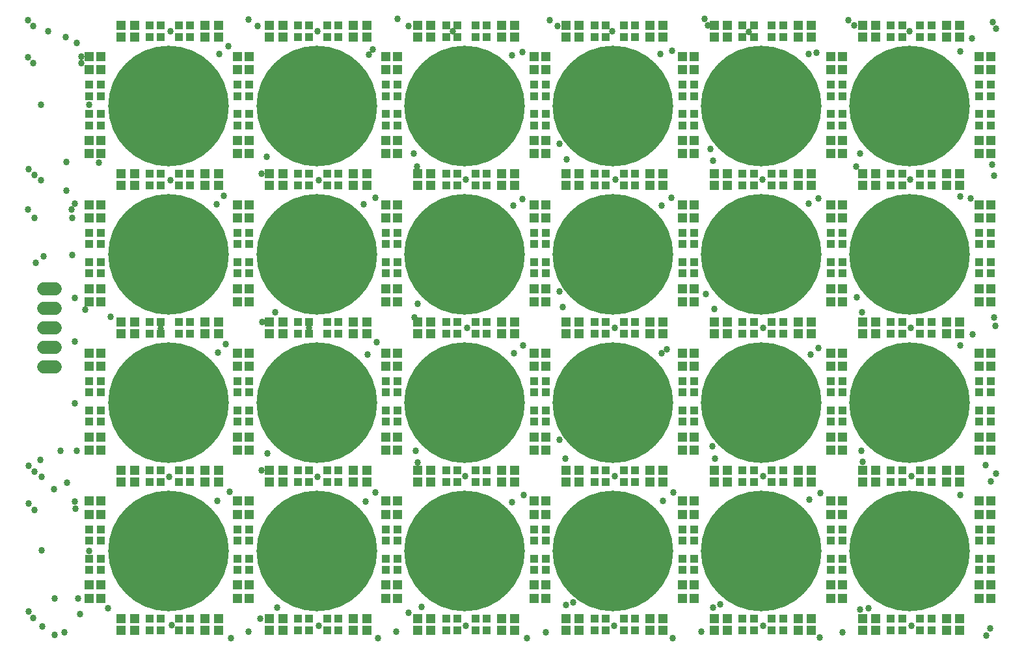
<source format=gts>
G75*
%MOIN*%
%OFA0B0*%
%FSLAX25Y25*%
%IPPOS*%
%LPD*%
%AMOC8*
5,1,8,0,0,1.08239X$1,22.5*
%
%ADD10C,0.61824*%
%ADD11R,0.05131X0.04737*%
%ADD12R,0.03950X0.03950*%
%ADD13R,0.04737X0.05131*%
%ADD14C,0.06800*%
%ADD15C,0.03378*%
D10*
X0080717Y0057361D03*
X0156701Y0057361D03*
X0232685Y0057361D03*
X0308669Y0057361D03*
X0384654Y0057361D03*
X0460638Y0057361D03*
X0460638Y0133346D03*
X0384654Y0133346D03*
X0308669Y0133346D03*
X0232685Y0133346D03*
X0156701Y0133346D03*
X0080717Y0133346D03*
X0080717Y0209330D03*
X0156701Y0209330D03*
X0232685Y0209330D03*
X0308669Y0209330D03*
X0384654Y0209330D03*
X0460638Y0209330D03*
X0460638Y0285314D03*
X0384654Y0285314D03*
X0308669Y0285314D03*
X0232685Y0285314D03*
X0156701Y0285314D03*
X0080717Y0285314D03*
D11*
X0046291Y0267755D03*
X0040291Y0267755D03*
X0040291Y0261062D03*
X0046291Y0261062D03*
X0046291Y0234771D03*
X0040291Y0234771D03*
X0040291Y0228078D03*
X0046291Y0228078D03*
X0046291Y0191771D03*
X0040291Y0191771D03*
X0040291Y0185078D03*
X0046291Y0185078D03*
X0046291Y0158787D03*
X0040291Y0158787D03*
X0040291Y0152094D03*
X0046291Y0152094D03*
X0046291Y0115787D03*
X0040291Y0115787D03*
X0040291Y0109094D03*
X0046291Y0109094D03*
X0046291Y0082802D03*
X0040291Y0082802D03*
X0040291Y0076109D03*
X0046291Y0076109D03*
X0046291Y0039802D03*
X0040291Y0039802D03*
X0040291Y0033109D03*
X0046291Y0033109D03*
X0116276Y0033109D03*
X0122276Y0033109D03*
X0122276Y0039802D03*
X0116276Y0039802D03*
X0116276Y0076109D03*
X0122276Y0076109D03*
X0122276Y0082802D03*
X0116276Y0082802D03*
X0116276Y0109094D03*
X0122276Y0109094D03*
X0122276Y0115787D03*
X0116276Y0115787D03*
X0116276Y0152094D03*
X0122276Y0152094D03*
X0122276Y0158787D03*
X0116276Y0158787D03*
X0116276Y0185078D03*
X0122276Y0185078D03*
X0122276Y0191771D03*
X0116276Y0191771D03*
X0116276Y0228078D03*
X0122276Y0228078D03*
X0122276Y0234771D03*
X0116276Y0234771D03*
X0116276Y0261062D03*
X0122276Y0261062D03*
X0122276Y0267755D03*
X0116276Y0267755D03*
X0116276Y0304062D03*
X0122276Y0304062D03*
X0122276Y0310755D03*
X0116276Y0310755D03*
X0046291Y0310755D03*
X0040291Y0310755D03*
X0040291Y0304062D03*
X0046291Y0304062D03*
X0192260Y0304062D03*
X0198260Y0304062D03*
X0198260Y0310755D03*
X0192260Y0310755D03*
X0192260Y0267755D03*
X0198260Y0267755D03*
X0198260Y0261062D03*
X0192260Y0261062D03*
X0192260Y0234771D03*
X0198260Y0234771D03*
X0198260Y0228078D03*
X0192260Y0228078D03*
X0192260Y0191771D03*
X0198260Y0191771D03*
X0198260Y0185078D03*
X0192260Y0185078D03*
X0192260Y0158787D03*
X0198260Y0158787D03*
X0198260Y0152094D03*
X0192260Y0152094D03*
X0192260Y0115787D03*
X0198260Y0115787D03*
X0198260Y0109094D03*
X0192260Y0109094D03*
X0192260Y0082802D03*
X0198260Y0082802D03*
X0198260Y0076109D03*
X0192260Y0076109D03*
X0192260Y0039802D03*
X0198260Y0039802D03*
X0198260Y0033109D03*
X0192260Y0033109D03*
X0268244Y0033109D03*
X0274244Y0033109D03*
X0274244Y0039802D03*
X0268244Y0039802D03*
X0268244Y0076109D03*
X0274244Y0076109D03*
X0274244Y0082802D03*
X0268244Y0082802D03*
X0268244Y0109094D03*
X0274244Y0109094D03*
X0274244Y0115787D03*
X0268244Y0115787D03*
X0268244Y0152094D03*
X0274244Y0152094D03*
X0274244Y0158787D03*
X0268244Y0158787D03*
X0268244Y0185078D03*
X0274244Y0185078D03*
X0274244Y0191771D03*
X0268244Y0191771D03*
X0268244Y0228078D03*
X0274244Y0228078D03*
X0274244Y0234771D03*
X0268244Y0234771D03*
X0268244Y0261062D03*
X0274244Y0261062D03*
X0274244Y0267755D03*
X0268244Y0267755D03*
X0268244Y0304062D03*
X0274244Y0304062D03*
X0274244Y0310755D03*
X0268244Y0310755D03*
X0344228Y0310755D03*
X0350228Y0310755D03*
X0350228Y0304062D03*
X0344228Y0304062D03*
X0344228Y0267755D03*
X0350228Y0267755D03*
X0350228Y0261062D03*
X0344228Y0261062D03*
X0344228Y0234771D03*
X0350228Y0234771D03*
X0350228Y0228078D03*
X0344228Y0228078D03*
X0344228Y0191771D03*
X0350228Y0191771D03*
X0350228Y0185078D03*
X0344228Y0185078D03*
X0344228Y0158787D03*
X0350228Y0158787D03*
X0350228Y0152094D03*
X0344228Y0152094D03*
X0344228Y0115787D03*
X0350228Y0115787D03*
X0350228Y0109094D03*
X0344228Y0109094D03*
X0344228Y0082802D03*
X0350228Y0082802D03*
X0350228Y0076109D03*
X0344228Y0076109D03*
X0344228Y0039802D03*
X0350228Y0039802D03*
X0350228Y0033109D03*
X0344228Y0033109D03*
X0420213Y0033109D03*
X0426213Y0033109D03*
X0426213Y0039802D03*
X0420213Y0039802D03*
X0420213Y0076109D03*
X0426213Y0076109D03*
X0426213Y0082802D03*
X0420213Y0082802D03*
X0420213Y0109094D03*
X0426213Y0109094D03*
X0426213Y0115787D03*
X0420213Y0115787D03*
X0420213Y0152094D03*
X0426213Y0152094D03*
X0426213Y0158787D03*
X0420213Y0158787D03*
X0420213Y0185078D03*
X0426213Y0185078D03*
X0426213Y0191771D03*
X0420213Y0191771D03*
X0420213Y0228078D03*
X0426213Y0228078D03*
X0426213Y0234771D03*
X0420213Y0234771D03*
X0420213Y0261062D03*
X0426213Y0261062D03*
X0426213Y0267755D03*
X0420213Y0267755D03*
X0420213Y0304062D03*
X0426213Y0304062D03*
X0426213Y0310755D03*
X0420213Y0310755D03*
X0496197Y0310755D03*
X0502197Y0310755D03*
X0502197Y0304062D03*
X0496197Y0304062D03*
X0496197Y0267755D03*
X0502197Y0267755D03*
X0502197Y0261062D03*
X0496197Y0261062D03*
X0496197Y0234771D03*
X0502197Y0234771D03*
X0502197Y0228078D03*
X0496197Y0228078D03*
X0496197Y0191771D03*
X0502197Y0191771D03*
X0502197Y0185078D03*
X0496197Y0185078D03*
X0496197Y0158787D03*
X0502197Y0158787D03*
X0502197Y0152094D03*
X0496197Y0152094D03*
X0496197Y0115787D03*
X0502197Y0115787D03*
X0502197Y0109094D03*
X0496197Y0109094D03*
X0496197Y0082802D03*
X0502197Y0082802D03*
X0502197Y0076109D03*
X0496197Y0076109D03*
X0496197Y0039802D03*
X0502197Y0039802D03*
X0502197Y0033109D03*
X0496197Y0033109D03*
D12*
X0496197Y0047503D03*
X0502197Y0047503D03*
X0502197Y0053409D03*
X0496197Y0053409D03*
X0496197Y0062503D03*
X0496197Y0068409D03*
X0502197Y0068409D03*
X0502197Y0062503D03*
X0471913Y0092684D03*
X0471913Y0098684D03*
X0466008Y0098684D03*
X0466008Y0092684D03*
X0456913Y0092684D03*
X0451008Y0092684D03*
X0451008Y0098684D03*
X0456913Y0098684D03*
X0426213Y0123487D03*
X0426213Y0129393D03*
X0420213Y0129393D03*
X0420213Y0123487D03*
X0420213Y0138487D03*
X0426213Y0138487D03*
X0426213Y0144393D03*
X0420213Y0144393D03*
X0395929Y0168669D03*
X0390024Y0168669D03*
X0390024Y0174669D03*
X0395929Y0174669D03*
X0380929Y0174669D03*
X0375024Y0174669D03*
X0375024Y0168669D03*
X0380929Y0168669D03*
X0350228Y0144393D03*
X0344228Y0144393D03*
X0344228Y0138487D03*
X0350228Y0138487D03*
X0350228Y0129393D03*
X0350228Y0123487D03*
X0344228Y0123487D03*
X0344228Y0129393D03*
X0319945Y0098684D03*
X0314039Y0098684D03*
X0314039Y0092684D03*
X0319945Y0092684D03*
X0304945Y0092684D03*
X0299039Y0092684D03*
X0299039Y0098684D03*
X0304945Y0098684D03*
X0274244Y0123487D03*
X0274244Y0129393D03*
X0268244Y0129393D03*
X0268244Y0123487D03*
X0268244Y0138487D03*
X0274244Y0138487D03*
X0274244Y0144393D03*
X0268244Y0144393D03*
X0243961Y0168669D03*
X0238055Y0168669D03*
X0228961Y0168669D03*
X0223055Y0168669D03*
X0223055Y0174669D03*
X0228961Y0174669D03*
X0238055Y0174669D03*
X0243961Y0174669D03*
X0268244Y0199472D03*
X0268244Y0205377D03*
X0274244Y0205377D03*
X0274244Y0199472D03*
X0274244Y0214472D03*
X0268244Y0214472D03*
X0268244Y0220377D03*
X0274244Y0220377D03*
X0299039Y0244653D03*
X0304945Y0244653D03*
X0304945Y0250653D03*
X0299039Y0250653D03*
X0314039Y0250653D03*
X0319945Y0250653D03*
X0319945Y0244653D03*
X0314039Y0244653D03*
X0344228Y0220377D03*
X0350228Y0220377D03*
X0350228Y0214472D03*
X0344228Y0214472D03*
X0344228Y0205377D03*
X0344228Y0199472D03*
X0350228Y0199472D03*
X0350228Y0205377D03*
X0319945Y0174669D03*
X0314039Y0174669D03*
X0314039Y0168669D03*
X0319945Y0168669D03*
X0304945Y0168669D03*
X0299039Y0168669D03*
X0299039Y0174669D03*
X0304945Y0174669D03*
X0243961Y0244653D03*
X0238055Y0244653D03*
X0228961Y0244653D03*
X0223055Y0244653D03*
X0223055Y0250653D03*
X0228961Y0250653D03*
X0238055Y0250653D03*
X0243961Y0250653D03*
X0268244Y0275456D03*
X0274244Y0275456D03*
X0274244Y0281361D03*
X0268244Y0281361D03*
X0268244Y0290456D03*
X0274244Y0290456D03*
X0274244Y0296361D03*
X0268244Y0296361D03*
X0243961Y0320637D03*
X0238055Y0320637D03*
X0228961Y0320637D03*
X0223055Y0320637D03*
X0223055Y0326637D03*
X0228961Y0326637D03*
X0238055Y0326637D03*
X0243961Y0326637D03*
X0198260Y0296361D03*
X0192260Y0296361D03*
X0192260Y0290456D03*
X0198260Y0290456D03*
X0198260Y0281361D03*
X0192260Y0281361D03*
X0192260Y0275456D03*
X0198260Y0275456D03*
X0167976Y0250653D03*
X0162071Y0250653D03*
X0162071Y0244653D03*
X0167976Y0244653D03*
X0152976Y0244653D03*
X0147071Y0244653D03*
X0147071Y0250653D03*
X0152976Y0250653D03*
X0122276Y0275456D03*
X0116276Y0275456D03*
X0116276Y0281361D03*
X0122276Y0281361D03*
X0122276Y0290456D03*
X0116276Y0290456D03*
X0116276Y0296361D03*
X0122276Y0296361D03*
X0147071Y0320637D03*
X0152976Y0320637D03*
X0152976Y0326637D03*
X0147071Y0326637D03*
X0162071Y0326637D03*
X0167976Y0326637D03*
X0167976Y0320637D03*
X0162071Y0320637D03*
X0091992Y0320637D03*
X0086087Y0320637D03*
X0086087Y0326637D03*
X0091992Y0326637D03*
X0076992Y0326637D03*
X0071087Y0326637D03*
X0071087Y0320637D03*
X0076992Y0320637D03*
X0046291Y0296361D03*
X0040291Y0296361D03*
X0040291Y0290456D03*
X0046291Y0290456D03*
X0046291Y0281361D03*
X0040291Y0281361D03*
X0040291Y0275456D03*
X0046291Y0275456D03*
X0071087Y0250653D03*
X0076992Y0250653D03*
X0076992Y0244653D03*
X0071087Y0244653D03*
X0086087Y0244653D03*
X0091992Y0244653D03*
X0091992Y0250653D03*
X0086087Y0250653D03*
X0116276Y0220377D03*
X0122276Y0220377D03*
X0122276Y0214472D03*
X0116276Y0214472D03*
X0116276Y0205377D03*
X0116276Y0199472D03*
X0122276Y0199472D03*
X0122276Y0205377D03*
X0147071Y0174669D03*
X0152976Y0174669D03*
X0152976Y0168669D03*
X0147071Y0168669D03*
X0162071Y0168669D03*
X0167976Y0168669D03*
X0167976Y0174669D03*
X0162071Y0174669D03*
X0192260Y0199472D03*
X0192260Y0205377D03*
X0198260Y0205377D03*
X0198260Y0199472D03*
X0198260Y0214472D03*
X0192260Y0214472D03*
X0192260Y0220377D03*
X0198260Y0220377D03*
X0091992Y0174669D03*
X0086087Y0174669D03*
X0086087Y0168669D03*
X0091992Y0168669D03*
X0076992Y0168669D03*
X0071087Y0168669D03*
X0071087Y0174669D03*
X0076992Y0174669D03*
X0046291Y0199472D03*
X0046291Y0205377D03*
X0040291Y0205377D03*
X0040291Y0199472D03*
X0040291Y0214472D03*
X0046291Y0214472D03*
X0046291Y0220377D03*
X0040291Y0220377D03*
X0040291Y0144393D03*
X0046291Y0144393D03*
X0046291Y0138487D03*
X0040291Y0138487D03*
X0040291Y0129393D03*
X0040291Y0123487D03*
X0046291Y0123487D03*
X0046291Y0129393D03*
X0071087Y0098684D03*
X0076992Y0098684D03*
X0076992Y0092684D03*
X0071087Y0092684D03*
X0086087Y0092684D03*
X0091992Y0092684D03*
X0091992Y0098684D03*
X0086087Y0098684D03*
X0116276Y0123487D03*
X0116276Y0129393D03*
X0122276Y0129393D03*
X0122276Y0123487D03*
X0122276Y0138487D03*
X0116276Y0138487D03*
X0116276Y0144393D03*
X0122276Y0144393D03*
X0147071Y0098684D03*
X0152976Y0098684D03*
X0152976Y0092684D03*
X0147071Y0092684D03*
X0162071Y0092684D03*
X0167976Y0092684D03*
X0167976Y0098684D03*
X0162071Y0098684D03*
X0192260Y0123487D03*
X0192260Y0129393D03*
X0198260Y0129393D03*
X0198260Y0123487D03*
X0198260Y0138487D03*
X0192260Y0138487D03*
X0192260Y0144393D03*
X0198260Y0144393D03*
X0223055Y0098684D03*
X0228961Y0098684D03*
X0228961Y0092684D03*
X0223055Y0092684D03*
X0238055Y0092684D03*
X0238055Y0098684D03*
X0243961Y0098684D03*
X0243961Y0092684D03*
X0268244Y0068409D03*
X0268244Y0062503D03*
X0274244Y0062503D03*
X0274244Y0068409D03*
X0274244Y0053409D03*
X0268244Y0053409D03*
X0268244Y0047503D03*
X0274244Y0047503D03*
X0299039Y0022700D03*
X0304945Y0022700D03*
X0304945Y0016700D03*
X0299039Y0016700D03*
X0314039Y0016700D03*
X0319945Y0016700D03*
X0319945Y0022700D03*
X0314039Y0022700D03*
X0344228Y0047503D03*
X0350228Y0047503D03*
X0350228Y0053409D03*
X0344228Y0053409D03*
X0344228Y0062503D03*
X0344228Y0068409D03*
X0350228Y0068409D03*
X0350228Y0062503D03*
X0375024Y0092684D03*
X0380929Y0092684D03*
X0380929Y0098684D03*
X0375024Y0098684D03*
X0390024Y0098684D03*
X0395929Y0098684D03*
X0395929Y0092684D03*
X0390024Y0092684D03*
X0420213Y0068409D03*
X0420213Y0062503D03*
X0426213Y0062503D03*
X0426213Y0068409D03*
X0426213Y0053409D03*
X0420213Y0053409D03*
X0420213Y0047503D03*
X0426213Y0047503D03*
X0451008Y0022700D03*
X0456913Y0022700D03*
X0466008Y0022700D03*
X0471913Y0022700D03*
X0471913Y0016700D03*
X0466008Y0016700D03*
X0456913Y0016700D03*
X0451008Y0016700D03*
X0395929Y0016700D03*
X0390024Y0016700D03*
X0390024Y0022700D03*
X0395929Y0022700D03*
X0380929Y0022700D03*
X0375024Y0022700D03*
X0375024Y0016700D03*
X0380929Y0016700D03*
X0243961Y0016700D03*
X0238055Y0016700D03*
X0228961Y0016700D03*
X0223055Y0016700D03*
X0223055Y0022700D03*
X0228961Y0022700D03*
X0238055Y0022700D03*
X0243961Y0022700D03*
X0198260Y0047503D03*
X0192260Y0047503D03*
X0192260Y0053409D03*
X0198260Y0053409D03*
X0198260Y0062503D03*
X0198260Y0068409D03*
X0192260Y0068409D03*
X0192260Y0062503D03*
X0167976Y0022700D03*
X0162071Y0022700D03*
X0162071Y0016700D03*
X0167976Y0016700D03*
X0152976Y0016700D03*
X0147071Y0016700D03*
X0147071Y0022700D03*
X0152976Y0022700D03*
X0122276Y0047503D03*
X0116276Y0047503D03*
X0116276Y0053409D03*
X0122276Y0053409D03*
X0122276Y0062503D03*
X0122276Y0068409D03*
X0116276Y0068409D03*
X0116276Y0062503D03*
X0091992Y0022700D03*
X0086087Y0022700D03*
X0086087Y0016700D03*
X0091992Y0016700D03*
X0076992Y0016700D03*
X0071087Y0016700D03*
X0071087Y0022700D03*
X0076992Y0022700D03*
X0046291Y0047503D03*
X0040291Y0047503D03*
X0040291Y0053409D03*
X0046291Y0053409D03*
X0046291Y0062503D03*
X0046291Y0068409D03*
X0040291Y0068409D03*
X0040291Y0062503D03*
X0344228Y0275456D03*
X0350228Y0275456D03*
X0350228Y0281361D03*
X0344228Y0281361D03*
X0344228Y0290456D03*
X0350228Y0290456D03*
X0350228Y0296361D03*
X0344228Y0296361D03*
X0319945Y0320637D03*
X0314039Y0320637D03*
X0314039Y0326637D03*
X0319945Y0326637D03*
X0304945Y0326637D03*
X0299039Y0326637D03*
X0299039Y0320637D03*
X0304945Y0320637D03*
X0375024Y0320637D03*
X0380929Y0320637D03*
X0380929Y0326637D03*
X0375024Y0326637D03*
X0390024Y0326637D03*
X0395929Y0326637D03*
X0395929Y0320637D03*
X0390024Y0320637D03*
X0420213Y0296361D03*
X0426213Y0296361D03*
X0426213Y0290456D03*
X0420213Y0290456D03*
X0420213Y0281361D03*
X0426213Y0281361D03*
X0426213Y0275456D03*
X0420213Y0275456D03*
X0395929Y0250653D03*
X0390024Y0250653D03*
X0390024Y0244653D03*
X0395929Y0244653D03*
X0380929Y0244653D03*
X0375024Y0244653D03*
X0375024Y0250653D03*
X0380929Y0250653D03*
X0420213Y0220377D03*
X0426213Y0220377D03*
X0426213Y0214472D03*
X0420213Y0214472D03*
X0420213Y0205377D03*
X0420213Y0199472D03*
X0426213Y0199472D03*
X0426213Y0205377D03*
X0451008Y0174669D03*
X0456913Y0174669D03*
X0466008Y0174669D03*
X0471913Y0174669D03*
X0471913Y0168669D03*
X0466008Y0168669D03*
X0456913Y0168669D03*
X0451008Y0168669D03*
X0496197Y0144393D03*
X0502197Y0144393D03*
X0502197Y0138487D03*
X0496197Y0138487D03*
X0496197Y0129393D03*
X0496197Y0123487D03*
X0502197Y0123487D03*
X0502197Y0129393D03*
X0502197Y0199472D03*
X0502197Y0205377D03*
X0496197Y0205377D03*
X0496197Y0199472D03*
X0496197Y0214472D03*
X0502197Y0214472D03*
X0502197Y0220377D03*
X0496197Y0220377D03*
X0471913Y0244653D03*
X0466008Y0244653D03*
X0456913Y0244653D03*
X0451008Y0244653D03*
X0451008Y0250653D03*
X0456913Y0250653D03*
X0466008Y0250653D03*
X0471913Y0250653D03*
X0496197Y0275456D03*
X0502197Y0275456D03*
X0502197Y0281361D03*
X0496197Y0281361D03*
X0496197Y0290456D03*
X0502197Y0290456D03*
X0502197Y0296361D03*
X0496197Y0296361D03*
X0471913Y0320637D03*
X0466008Y0320637D03*
X0456913Y0320637D03*
X0451008Y0320637D03*
X0451008Y0326637D03*
X0456913Y0326637D03*
X0466008Y0326637D03*
X0471913Y0326637D03*
D13*
X0479614Y0326637D03*
X0486307Y0326637D03*
X0486307Y0320637D03*
X0479614Y0320637D03*
X0443307Y0320637D03*
X0436614Y0320637D03*
X0436614Y0326637D03*
X0443307Y0326637D03*
X0410323Y0326637D03*
X0410323Y0320637D03*
X0403630Y0320637D03*
X0403630Y0326637D03*
X0367323Y0326637D03*
X0360630Y0326637D03*
X0360630Y0320637D03*
X0367323Y0320637D03*
X0334339Y0320637D03*
X0327646Y0320637D03*
X0327646Y0326637D03*
X0334339Y0326637D03*
X0291339Y0326637D03*
X0291339Y0320637D03*
X0284646Y0320637D03*
X0284646Y0326637D03*
X0258354Y0326637D03*
X0251661Y0326637D03*
X0251661Y0320637D03*
X0258354Y0320637D03*
X0215354Y0320637D03*
X0208661Y0320637D03*
X0208661Y0326637D03*
X0215354Y0326637D03*
X0182370Y0326637D03*
X0182370Y0320637D03*
X0175677Y0320637D03*
X0175677Y0326637D03*
X0139370Y0326637D03*
X0132677Y0326637D03*
X0132677Y0320637D03*
X0139370Y0320637D03*
X0106386Y0320637D03*
X0099693Y0320637D03*
X0099693Y0326637D03*
X0106386Y0326637D03*
X0063386Y0326637D03*
X0063386Y0320637D03*
X0056693Y0320637D03*
X0056693Y0326637D03*
X0056693Y0250653D03*
X0056693Y0244653D03*
X0063386Y0244653D03*
X0063386Y0250653D03*
X0099693Y0250653D03*
X0106386Y0250653D03*
X0106386Y0244653D03*
X0099693Y0244653D03*
X0132677Y0244653D03*
X0139370Y0244653D03*
X0139370Y0250653D03*
X0132677Y0250653D03*
X0175677Y0250653D03*
X0175677Y0244653D03*
X0182370Y0244653D03*
X0182370Y0250653D03*
X0208661Y0250653D03*
X0215354Y0250653D03*
X0215354Y0244653D03*
X0208661Y0244653D03*
X0251661Y0244653D03*
X0258354Y0244653D03*
X0258354Y0250653D03*
X0251661Y0250653D03*
X0284646Y0250653D03*
X0284646Y0244653D03*
X0291339Y0244653D03*
X0291339Y0250653D03*
X0327646Y0250653D03*
X0334339Y0250653D03*
X0334339Y0244653D03*
X0327646Y0244653D03*
X0360630Y0244653D03*
X0367323Y0244653D03*
X0367323Y0250653D03*
X0360630Y0250653D03*
X0403630Y0250653D03*
X0403630Y0244653D03*
X0410323Y0244653D03*
X0410323Y0250653D03*
X0436614Y0250653D03*
X0443307Y0250653D03*
X0443307Y0244653D03*
X0436614Y0244653D03*
X0479614Y0244653D03*
X0486307Y0244653D03*
X0486307Y0250653D03*
X0479614Y0250653D03*
X0479614Y0174669D03*
X0486307Y0174669D03*
X0486307Y0168669D03*
X0479614Y0168669D03*
X0443307Y0168669D03*
X0436614Y0168669D03*
X0436614Y0174669D03*
X0443307Y0174669D03*
X0410323Y0174669D03*
X0410323Y0168669D03*
X0403630Y0168669D03*
X0403630Y0174669D03*
X0367323Y0174669D03*
X0360630Y0174669D03*
X0360630Y0168669D03*
X0367323Y0168669D03*
X0334339Y0168669D03*
X0327646Y0168669D03*
X0327646Y0174669D03*
X0334339Y0174669D03*
X0291339Y0174669D03*
X0291339Y0168669D03*
X0284646Y0168669D03*
X0284646Y0174669D03*
X0258354Y0174669D03*
X0251661Y0174669D03*
X0251661Y0168669D03*
X0258354Y0168669D03*
X0215354Y0168669D03*
X0208661Y0168669D03*
X0208661Y0174669D03*
X0215354Y0174669D03*
X0182370Y0174669D03*
X0182370Y0168669D03*
X0175677Y0168669D03*
X0175677Y0174669D03*
X0139370Y0174669D03*
X0132677Y0174669D03*
X0132677Y0168669D03*
X0139370Y0168669D03*
X0106386Y0168669D03*
X0099693Y0168669D03*
X0099693Y0174669D03*
X0106386Y0174669D03*
X0063386Y0174669D03*
X0063386Y0168669D03*
X0056693Y0168669D03*
X0056693Y0174669D03*
X0056693Y0098684D03*
X0056693Y0092684D03*
X0063386Y0092684D03*
X0063386Y0098684D03*
X0099693Y0098684D03*
X0099693Y0092684D03*
X0106386Y0092684D03*
X0106386Y0098684D03*
X0132677Y0098684D03*
X0132677Y0092684D03*
X0139370Y0092684D03*
X0139370Y0098684D03*
X0175677Y0098684D03*
X0175677Y0092684D03*
X0182370Y0092684D03*
X0182370Y0098684D03*
X0208661Y0098684D03*
X0208661Y0092684D03*
X0215354Y0092684D03*
X0215354Y0098684D03*
X0251661Y0098684D03*
X0251661Y0092684D03*
X0258354Y0092684D03*
X0258354Y0098684D03*
X0284646Y0098684D03*
X0284646Y0092684D03*
X0291339Y0092684D03*
X0291339Y0098684D03*
X0327646Y0098684D03*
X0327646Y0092684D03*
X0334339Y0092684D03*
X0334339Y0098684D03*
X0360630Y0098684D03*
X0360630Y0092684D03*
X0367323Y0092684D03*
X0367323Y0098684D03*
X0403630Y0098684D03*
X0403630Y0092684D03*
X0410323Y0092684D03*
X0410323Y0098684D03*
X0436614Y0098684D03*
X0436614Y0092684D03*
X0443307Y0092684D03*
X0443307Y0098684D03*
X0479614Y0098684D03*
X0479614Y0092684D03*
X0486307Y0092684D03*
X0486307Y0098684D03*
X0486307Y0022700D03*
X0479614Y0022700D03*
X0479614Y0016700D03*
X0486307Y0016700D03*
X0443307Y0016700D03*
X0436614Y0016700D03*
X0436614Y0022700D03*
X0443307Y0022700D03*
X0410323Y0022700D03*
X0410323Y0016700D03*
X0403630Y0016700D03*
X0403630Y0022700D03*
X0367323Y0022700D03*
X0360630Y0022700D03*
X0360630Y0016700D03*
X0367323Y0016700D03*
X0334339Y0016700D03*
X0327646Y0016700D03*
X0327646Y0022700D03*
X0334339Y0022700D03*
X0291339Y0022700D03*
X0291339Y0016700D03*
X0284646Y0016700D03*
X0284646Y0022700D03*
X0258354Y0022700D03*
X0251661Y0022700D03*
X0251661Y0016700D03*
X0258354Y0016700D03*
X0215354Y0016700D03*
X0208661Y0016700D03*
X0208661Y0022700D03*
X0215354Y0022700D03*
X0182370Y0022700D03*
X0182370Y0016700D03*
X0175677Y0016700D03*
X0175677Y0022700D03*
X0139370Y0022700D03*
X0132677Y0022700D03*
X0132677Y0016700D03*
X0139370Y0016700D03*
X0106386Y0016700D03*
X0099693Y0016700D03*
X0099693Y0022700D03*
X0106386Y0022700D03*
X0063386Y0022700D03*
X0063386Y0016700D03*
X0056693Y0016700D03*
X0056693Y0022700D03*
D14*
X0022929Y0151535D02*
X0016929Y0151535D01*
X0016929Y0161535D02*
X0022929Y0161535D01*
X0022929Y0171535D02*
X0016929Y0171535D01*
X0016929Y0181535D02*
X0022929Y0181535D01*
X0022929Y0191535D02*
X0016929Y0191535D01*
D15*
X0022488Y0014251D03*
X0027565Y0015588D03*
X0016189Y0018779D03*
X0011661Y0023109D03*
X0009299Y0026259D03*
X0022488Y0032952D03*
X0034496Y0032952D03*
X0035480Y0025055D03*
X0049850Y0027834D03*
X0082528Y0019172D03*
X0112843Y0012800D03*
X0121898Y0016087D03*
X0127803Y0022700D03*
X0136465Y0028228D03*
X0157724Y0018976D03*
X0188236Y0012676D03*
X0197685Y0016083D03*
X0203787Y0025472D03*
X0210432Y0028573D03*
X0233315Y0018976D03*
X0264614Y0012676D03*
X0274260Y0015690D03*
X0284401Y0029708D03*
X0288112Y0031056D03*
X0309102Y0018976D03*
X0339220Y0012676D03*
X0353787Y0015826D03*
X0359871Y0028406D03*
X0363385Y0029951D03*
X0385480Y0018976D03*
X0414614Y0012873D03*
X0426228Y0015493D03*
X0435068Y0027224D03*
X0439369Y0027983D03*
X0461661Y0018976D03*
X0499850Y0014054D03*
X0501838Y0017579D03*
X0409347Y0083590D03*
X0414811Y0086889D03*
X0436643Y0102815D03*
X0435826Y0108691D03*
X0461465Y0095542D03*
X0486465Y0086102D03*
X0502190Y0093128D03*
X0504969Y0097125D03*
X0499457Y0101323D03*
X0409741Y0158000D03*
X0414024Y0161298D03*
X0436249Y0179587D03*
X0433661Y0187235D03*
X0461071Y0171526D03*
X0486465Y0162480D03*
X0492764Y0168446D03*
X0504575Y0172716D03*
X0503953Y0176818D03*
X0491976Y0238070D03*
X0486465Y0238857D03*
X0503787Y0249713D03*
X0503000Y0255393D03*
X0460874Y0247510D03*
X0435039Y0261054D03*
X0433315Y0254212D03*
X0414024Y0238070D03*
X0408757Y0235165D03*
X0385087Y0247510D03*
X0359871Y0257146D03*
X0358661Y0263416D03*
X0338433Y0238464D03*
X0333560Y0234378D03*
X0309890Y0247510D03*
X0284992Y0257857D03*
X0281195Y0266118D03*
X0262055Y0237676D03*
X0257576Y0234181D03*
X0233315Y0247510D03*
X0208296Y0254390D03*
X0206692Y0261054D03*
X0186858Y0238464D03*
X0181001Y0234968D03*
X0157724Y0247427D03*
X0131168Y0259152D03*
X0128591Y0250653D03*
X0109251Y0239203D03*
X0105362Y0234920D03*
X0081740Y0247427D03*
X0045323Y0256377D03*
X0028394Y0256771D03*
X0015598Y0247427D03*
X0012073Y0250027D03*
X0009184Y0252916D03*
X0028394Y0242007D03*
X0032921Y0235314D03*
X0031346Y0232361D03*
X0031543Y0228031D03*
X0012073Y0228031D03*
X0008895Y0232361D03*
X0031543Y0208936D03*
X0016976Y0208346D03*
X0012843Y0204802D03*
X0032921Y0186889D03*
X0038039Y0180983D03*
X0051228Y0177417D03*
X0032980Y0164586D03*
X0076992Y0171430D03*
X0106150Y0158936D03*
X0110039Y0163219D03*
X0128787Y0174669D03*
X0135499Y0179624D03*
X0152976Y0171639D03*
X0182969Y0157803D03*
X0187646Y0164448D03*
X0206937Y0177046D03*
X0208464Y0184085D03*
X0233709Y0171526D03*
X0257772Y0158787D03*
X0262449Y0162480D03*
X0282921Y0182165D03*
X0281195Y0190134D03*
X0309693Y0171526D03*
X0333560Y0158787D03*
X0336149Y0160668D03*
X0360658Y0181161D03*
X0356150Y0188953D03*
X0385480Y0171526D03*
X0359448Y0111054D03*
X0360855Y0104587D03*
X0385677Y0095542D03*
X0339614Y0087283D03*
X0334150Y0083000D03*
X0309496Y0095550D03*
X0284102Y0104606D03*
X0281195Y0114150D03*
X0262843Y0086102D03*
X0256788Y0082409D03*
X0232724Y0095542D03*
X0208493Y0102618D03*
X0207676Y0108495D03*
X0186858Y0087283D03*
X0181788Y0082606D03*
X0157134Y0095458D03*
X0131562Y0107183D03*
X0128591Y0098684D03*
X0112055Y0087676D03*
X0105756Y0082952D03*
X0081346Y0095458D03*
X0033709Y0108739D03*
X0025505Y0108543D03*
X0015205Y0104015D03*
X0009299Y0100865D03*
X0012188Y0097976D03*
X0015992Y0095376D03*
X0022291Y0089054D03*
X0028943Y0092360D03*
X0032921Y0082558D03*
X0033315Y0078818D03*
X0012188Y0078424D03*
X0009299Y0081574D03*
X0015992Y0057558D03*
X0040291Y0057361D03*
X0032724Y0132952D03*
X0040291Y0285905D03*
X0015598Y0285905D03*
X0011661Y0307165D03*
X0008709Y0310314D03*
X0019339Y0323503D03*
X0011661Y0326259D03*
X0008709Y0329212D03*
X0028353Y0320509D03*
X0033942Y0317620D03*
X0036071Y0310511D03*
X0036268Y0307333D03*
X0081740Y0323503D03*
X0106937Y0312086D03*
X0111661Y0316023D03*
X0126622Y0326395D03*
X0121898Y0329606D03*
X0157331Y0323503D03*
X0183363Y0311740D03*
X0185677Y0314448D03*
X0203984Y0326456D03*
X0198276Y0329999D03*
X0226425Y0323503D03*
X0256985Y0311150D03*
X0262055Y0312873D03*
X0280165Y0326456D03*
X0276228Y0329409D03*
X0308315Y0323503D03*
X0332969Y0311937D03*
X0338827Y0313661D03*
X0357105Y0326485D03*
X0355362Y0329802D03*
X0378184Y0323298D03*
X0408757Y0311937D03*
X0412861Y0312498D03*
X0432134Y0326653D03*
X0429181Y0329212D03*
X0460677Y0323503D03*
X0486465Y0313267D03*
X0492370Y0320020D03*
X0504743Y0324910D03*
X0503165Y0328393D03*
M02*

</source>
